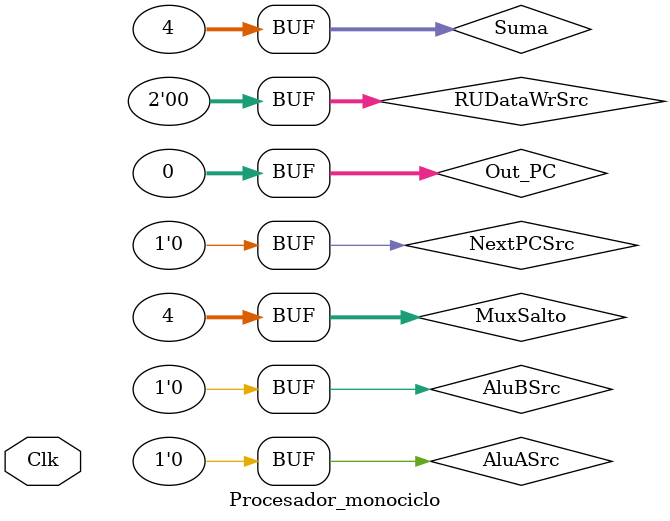
<source format=sv>
module Procesador_monociclo(Clk);
	input logic Clk;
	logic [31:0]Out_PC = 32'b0;
	logic [31:0]Out_Instruction;
	logic RUWr;
	logic [2:0]ImmSrc;
	logic AluASrc;
	logic AluBSrc;
	logic [4:0]BrOp;
	logic [3:0]ALUOp;
	logic DMWr;
	logic [2:0]DMCtrl;
	logic [1:0]RUDataWrSrc;					//BUSES DE DATOS
	logic [31:0]rs1;
	logic [31:0]rs2;
	logic NextPCSrc;
	logic [31:0]ImmExt;
	logic [31:0]MuxA;
	logic [31:0]MuxB;
	logic [31:0]Alu_out;
	logic [31:0]DataRd;
	logic [31:0]MuxRUDataWrSrc;
	logic [31:0]Suma = 32'b0;
	logic [31:0]MuxSalto = 32'b0;
	
	always @* begin
		AluASrc = 0;
		AluBSrc = 0;
		NextPCSrc = 0;
		RUDataWrSrc = 2'b00;
		
		if(AluASrc)
			MuxA = Out_PC;
		else        								//MULTIPLEXOR DE LA ENTRADA DEL ALU (A)
			MuxA = rs1;
		
		if(AluBSrc)
			MuxB = ImmExt;
		else										//MULTIPLEXOR DE LA ENTRADA DEL ALU (B)
			MuxB = rs2;
		
		Suma = Out_PC + 4;								//SUMADOR
		
		case(RUDataWrSrc)
			2'b10 : MuxRUDataWrSrc = Suma;
			2'b01 : MuxRUDataWrSrc = DataRd;			//MULTIPLEXOR RUDATAWRSRC
			2'b00 : MuxRUDataWrSrc = Alu_out;	
		endcase
		
		if(NextPCSrc)
			MuxSalto = Alu_out;
		else									//MULTIPLEXOR DE SALTO	
			MuxSalto = Suma;
	end
	
	Data_memory dm(
	.Address(Alu_out),
	.DataWr(rs2),
	.DMWr(DMWr),											//INSTANCIA DEL DATA MEMORY
	.DMCtrl(DMCtrl),
	.DataRd(DataRd)
	);
	
	ALU alu(
	.A(MuxA),
	.B(MuxB),												//INSTANCIA DEL ALU
	.ALUOp(ALUOp),
	.Alu_out(Alu_out)
	);
		Imm_unit iu(
	.ImmIn(Out_Instruction[31:7]),
	.ImmSrc(ImmSrc),										//INSTANCIA DEL IMMEDIATE GENERATOR
	.ImmExt(ImmExt)
	);
	

	Register_unit ru(
	.Clk(Clk),
	.RuDataWr(MuxRUDataWrSrc),
	.Rs1(Out_Instruction[19:15]),
	.Rs2(Out_Instruction[24:20]),						//INSTANCIA DEL REGISTER UNIT
	.Rd(Out_Instruction[11:7]),
	.RuWr(RUWr),
	.RuRs1(rs1),
	.RuRs2(rs2)
	 );
	
	Control_unit cu(
	.OpCode(Out_Instruction[6:0]),
	.Funct3(Out_Instruction[14:12]),
	.Funct7(Out_Instruction[31:25]),
	.RUWr(RUWr),
	.ImmSrc(ImmSrc),
	.AluASrc(AluASrc),
	.AluBSrc(AluBSrc),									//INSTANCIA DEL CONTROL UNIT
	.BrOp(BrOp),
	.ALUOp(ALUOp),
	.DMWr(DMWr),
	.DMCtrl(DMCtrl),
	.RUDataWrSrc(RUDataWrSrc)
	);
	
	
	Instruction_memory im(
	.Address(Out_PC),										//INSTANCIA DEL INSTRUCTION MEMORY
	.Instruction(Out_Instruction)
	);                                   
	
	ProgramCounter pc(
	.in(MuxSalto),
	.clk(Clk),												//INSTANCIA DEL PROGRAM COUNTER
	.out(Out_PC)
	);
	
	Branch_unit bu(
	.In1(rs1),
	.In2(rs2),												//INSTANCIA DEL BRANCH UNIT
	.BrOp(BrOp),
	.NextPCSrc(NextPCSrc)
	);

endmodule
		
</source>
